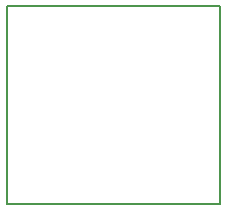
<source format=gbo>
G04 #@! TF.GenerationSoftware,KiCad,Pcbnew,(5.99.0-10483-ga6ad7a4a70)*
G04 #@! TF.CreationDate,2021-05-13T21:14:22+03:00*
G04 #@! TF.ProjectId,hellen1-vr-discrete,68656c6c-656e-4312-9d76-722d64697363,rev?*
G04 #@! TF.SameCoordinates,PX4a19ba0PY5aa5910*
G04 #@! TF.FileFunction,Legend,Bot*
G04 #@! TF.FilePolarity,Positive*
%FSLAX46Y46*%
G04 Gerber Fmt 4.6, Leading zero omitted, Abs format (unit mm)*
G04 Created by KiCad (PCBNEW (5.99.0-10483-ga6ad7a4a70)) date 2021-05-13 21:14:22*
%MOMM*%
%LPD*%
G01*
G04 APERTURE LIST*
%ADD10C,0.200000*%
G04 APERTURE END LIST*
D10*
G04 #@! TO.C,M1*
X18150000Y16850000D02*
X100000Y16850000D01*
X100000Y16850000D02*
X100000Y100000D01*
X100000Y100000D02*
X18150000Y100000D01*
X18150000Y100000D02*
X18150000Y16850000D01*
G04 #@! TD*
M02*

</source>
